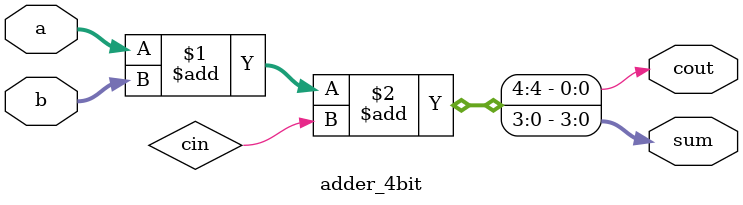
<source format=v>
module adder_4bit (
    input [3:0] a,
    input [3:0] b,
    output [3:0] sum,
    output cout
);
    assign {cout, sum} = a + b + cin;
endmodule

</source>
